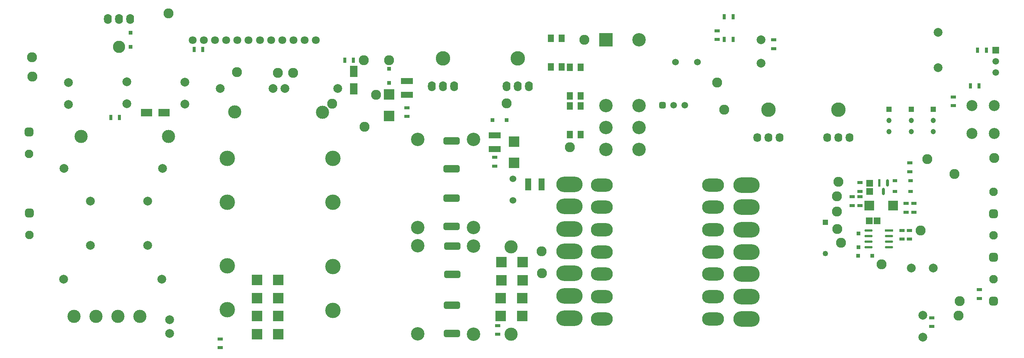
<source format=gbr>
%TF.GenerationSoftware,Altium Limited,Altium Designer,24.3.1 (35)*%
G04 Layer_Color=255*
%FSLAX43Y43*%
%MOMM*%
%TF.SameCoordinates,2EF1D394-34E5-4190-8ABA-250447B0B6E5*%
%TF.FilePolarity,Positive*%
%TF.FileFunction,Pads,Bot*%
%TF.Part,Single*%
G01*
G75*
%TA.AperFunction,ComponentPad*%
%ADD29C,1.524*%
%ADD30C,3.048*%
%ADD31O,5.000X3.000*%
%ADD32O,6.000X3.500*%
%ADD33C,3.500*%
%ADD34C,2.500*%
%ADD35C,2.000*%
%ADD36C,2.286*%
%ADD37C,3.000*%
%ADD38C,1.950*%
G04:AMPARAMS|DCode=39|XSize=1.95mm|YSize=1.95mm|CornerRadius=0.488mm|HoleSize=0mm|Usage=FLASHONLY|Rotation=90.000|XOffset=0mm|YOffset=0mm|HoleType=Round|Shape=RoundedRectangle|*
%AMROUNDEDRECTD39*
21,1,1.950,0.975,0,0,90.0*
21,1,0.975,1.950,0,0,90.0*
1,1,0.975,0.488,0.488*
1,1,0.975,0.488,-0.488*
1,1,0.975,-0.488,-0.488*
1,1,0.975,-0.488,0.488*
%
%ADD39ROUNDEDRECTD39*%
%ADD40O,1.778X2.032*%
%ADD41C,3.302*%
%ADD42O,1.778X2.286*%
%ADD43C,2.794*%
%ADD44C,1.800*%
%ADD45C,1.500*%
G04:AMPARAMS|DCode=46|XSize=1.5mm|YSize=1.5mm|CornerRadius=0.375mm|HoleSize=0mm|Usage=FLASHONLY|Rotation=180.000|XOffset=0mm|YOffset=0mm|HoleType=Round|Shape=RoundedRectangle|*
%AMROUNDEDRECTD46*
21,1,1.500,0.750,0,0,180.0*
21,1,0.750,1.500,0,0,180.0*
1,1,0.750,-0.375,0.375*
1,1,0.750,0.375,0.375*
1,1,0.750,0.375,-0.375*
1,1,0.750,-0.375,-0.375*
%
%ADD46ROUNDEDRECTD46*%
%ADD47R,3.048X3.048*%
%ADD48R,1.500X1.500*%
%ADD49R,1.200X1.200*%
%ADD50C,1.200*%
%ADD51C,1.250*%
%ADD52R,1.250X1.250*%
%TA.AperFunction,SMDPad,CuDef*%
%ADD55R,1.250X0.800*%
G04:AMPARAMS|DCode=56|XSize=3.7mm|YSize=1.7mm|CornerRadius=0.425mm|HoleSize=0mm|Usage=FLASHONLY|Rotation=0.000|XOffset=0mm|YOffset=0mm|HoleType=Round|Shape=RoundedRectangle|*
%AMROUNDEDRECTD56*
21,1,3.700,0.850,0,0,0.0*
21,1,2.850,1.700,0,0,0.0*
1,1,0.850,1.425,-0.425*
1,1,0.850,-1.425,-0.425*
1,1,0.850,-1.425,0.425*
1,1,0.850,1.425,0.425*
%
%ADD56ROUNDEDRECTD56*%
%ADD57R,1.405X2.806*%
%ADD58R,2.400X2.400*%
%ADD59R,0.800X1.250*%
%ADD60R,0.950X0.900*%
%ADD61R,2.400X2.400*%
%ADD62R,0.900X0.950*%
%ADD63R,2.500X1.700*%
%ADD64R,1.700X2.500*%
%ADD65R,2.806X1.405*%
%ADD66R,1.450X1.800*%
%ADD67R,0.627X1.659*%
G04:AMPARAMS|DCode=68|XSize=1.659mm|YSize=0.627mm|CornerRadius=0.313mm|HoleSize=0mm|Usage=FLASHONLY|Rotation=270.000|XOffset=0mm|YOffset=0mm|HoleType=Round|Shape=RoundedRectangle|*
%AMROUNDEDRECTD68*
21,1,1.659,0.000,0,0,270.0*
21,1,1.032,0.627,0,0,270.0*
1,1,0.627,0.000,-0.516*
1,1,0.627,0.000,0.516*
1,1,0.627,0.000,0.516*
1,1,0.627,0.000,-0.516*
%
%ADD68ROUNDEDRECTD68*%
%ADD69R,2.300X2.300*%
%ADD70R,1.556X1.505*%
G04:AMPARAMS|DCode=71|XSize=1.874mm|YSize=0.543mm|CornerRadius=0.272mm|HoleSize=0mm|Usage=FLASHONLY|Rotation=180.000|XOffset=0mm|YOffset=0mm|HoleType=Round|Shape=RoundedRectangle|*
%AMROUNDEDRECTD71*
21,1,1.874,0.000,0,0,180.0*
21,1,1.331,0.543,0,0,180.0*
1,1,0.543,-0.665,0.000*
1,1,0.543,0.665,0.000*
1,1,0.543,0.665,0.000*
1,1,0.543,-0.665,0.000*
%
%ADD71ROUNDEDRECTD71*%
%ADD72R,1.874X0.543*%
%ADD73R,1.000X0.700*%
%ADD74R,1.505X1.556*%
D29*
X114675Y35725D02*
D03*
Y40675D02*
D03*
X151675Y67225D02*
D03*
X156625D02*
D03*
D30*
X105667Y29592D02*
D03*
Y49658D02*
D03*
X93000Y25441D02*
D03*
Y5375D02*
D03*
Y49658D02*
D03*
Y29592D02*
D03*
X105725Y5271D02*
D03*
Y25337D02*
D03*
X143350Y72325D02*
D03*
X135850Y57325D02*
D03*
Y52325D02*
D03*
Y47325D02*
D03*
X143350D02*
D03*
Y52325D02*
D03*
Y57325D02*
D03*
D31*
X160214Y13813D02*
D03*
Y18979D02*
D03*
Y23973D02*
D03*
Y29053D02*
D03*
Y34219D02*
D03*
Y39213D02*
D03*
X134941Y8733D02*
D03*
Y13813D02*
D03*
Y18979D02*
D03*
Y23973D02*
D03*
Y29053D02*
D03*
Y34219D02*
D03*
Y39213D02*
D03*
X160214Y8733D02*
D03*
D32*
X167834Y13813D02*
D03*
Y18979D02*
D03*
Y23973D02*
D03*
Y29053D02*
D03*
Y34219D02*
D03*
Y39213D02*
D03*
Y8733D02*
D03*
X127575Y13940D02*
D03*
Y19106D02*
D03*
Y24100D02*
D03*
Y29180D02*
D03*
Y34346D02*
D03*
Y39340D02*
D03*
Y8860D02*
D03*
D33*
X73700Y45275D02*
D03*
Y35275D02*
D03*
X49650Y10825D02*
D03*
Y20825D02*
D03*
Y35275D02*
D03*
Y45275D02*
D03*
X73700Y20700D02*
D03*
Y10700D02*
D03*
D34*
X224184Y51001D02*
D03*
X219184D02*
D03*
Y57351D02*
D03*
X224184D02*
D03*
D35*
X211425Y73975D02*
D03*
Y65975D02*
D03*
X171150Y66941D02*
D03*
Y72275D02*
D03*
X205350Y20325D02*
D03*
X210350D02*
D03*
X208000Y4600D02*
D03*
Y9600D02*
D03*
X13475Y62600D02*
D03*
Y57600D02*
D03*
X39975Y62625D02*
D03*
Y57625D02*
D03*
X26775Y57750D02*
D03*
Y62750D02*
D03*
X31525Y35525D02*
D03*
X18525D02*
D03*
X31525Y25525D02*
D03*
X18525D02*
D03*
X36500Y5450D02*
D03*
Y8550D02*
D03*
X34875Y42975D02*
D03*
X12475D02*
D03*
X34750Y17800D02*
D03*
X12350D02*
D03*
X48041Y61225D02*
D03*
X60041D02*
D03*
X62791D02*
D03*
X74791D02*
D03*
D36*
X162750Y56350D02*
D03*
X5225Y68325D02*
D03*
X216125Y9524D02*
D03*
X216328Y12750D02*
D03*
X5239Y63925D02*
D03*
X83475Y59799D02*
D03*
X86448Y67625D02*
D03*
X51875Y64925D02*
D03*
X73517Y57776D02*
D03*
X127650Y47875D02*
D03*
X80700Y67675D02*
D03*
X80875Y52525D02*
D03*
X61125Y64778D02*
D03*
X198550Y21175D02*
D03*
X130900Y72325D02*
D03*
X36225Y78300D02*
D03*
X64646Y64757D02*
D03*
X121275Y19150D02*
D03*
X121225Y24100D02*
D03*
X188725Y39952D02*
D03*
X189365Y26070D02*
D03*
X215125Y41725D02*
D03*
X113227Y57825D02*
D03*
X207489Y28895D02*
D03*
X188464Y29250D02*
D03*
X224250Y45403D02*
D03*
X161149Y62575D02*
D03*
X188389Y36677D02*
D03*
X188414Y33189D02*
D03*
X209025Y45100D02*
D03*
D37*
X29725Y9300D02*
D03*
X14725D02*
D03*
X19725D02*
D03*
X24725D02*
D03*
X16325Y50325D02*
D03*
X36300Y50275D02*
D03*
X114257Y25184D02*
D03*
X114207Y5209D02*
D03*
X51350Y55850D02*
D03*
X71325Y55800D02*
D03*
D38*
X224041Y17750D02*
D03*
X4550Y46325D02*
D03*
X4575Y27875D02*
D03*
X224041Y27750D02*
D03*
Y37675D02*
D03*
D39*
X224041Y12750D02*
D03*
X4550Y51325D02*
D03*
X4575Y32875D02*
D03*
X224041Y22750D02*
D03*
Y32675D02*
D03*
D40*
X170260Y50050D02*
D03*
X172800D02*
D03*
X175340D02*
D03*
X186177Y50027D02*
D03*
X188717D02*
D03*
X191257D02*
D03*
D41*
X172800Y56400D02*
D03*
X188717Y56377D02*
D03*
X115767Y68077D02*
D03*
X98742D02*
D03*
D42*
X27525Y77050D02*
D03*
X24985D02*
D03*
X22445D02*
D03*
X118307Y61727D02*
D03*
X115767D02*
D03*
X113227D02*
D03*
X96202D02*
D03*
X98742D02*
D03*
X101282D02*
D03*
D43*
X24985Y70700D02*
D03*
D44*
X59631Y72250D02*
D03*
X69791D02*
D03*
X49381D02*
D03*
X51921D02*
D03*
X54461D02*
D03*
X57091D02*
D03*
X44301D02*
D03*
X62171D02*
D03*
X64711D02*
D03*
X67251D02*
D03*
X41761D02*
D03*
X46841D02*
D03*
D45*
X153790Y57375D02*
D03*
X151250D02*
D03*
X224525Y64870D02*
D03*
Y67410D02*
D03*
D46*
X148710Y57375D02*
D03*
D47*
X135850Y72325D02*
D03*
D48*
X224525Y69950D02*
D03*
D49*
X205317Y56465D02*
D03*
X210332D02*
D03*
X200277D02*
D03*
D50*
X205317Y53925D02*
D03*
Y51385D02*
D03*
X210332Y53925D02*
D03*
Y51385D02*
D03*
X200277Y53925D02*
D03*
Y51385D02*
D03*
D51*
X185800Y23600D02*
D03*
D52*
Y30700D02*
D03*
D55*
X214950Y59300D02*
D03*
Y57300D02*
D03*
X174025Y72300D02*
D03*
Y70300D02*
D03*
X220825Y15375D02*
D03*
Y13375D02*
D03*
X209994Y7000D02*
D03*
Y9000D02*
D03*
X111225Y5225D02*
D03*
Y7225D02*
D03*
X48025Y2175D02*
D03*
Y4175D02*
D03*
X161149Y74375D02*
D03*
Y72375D02*
D03*
X90525Y54825D02*
D03*
Y56825D02*
D03*
X110500Y43525D02*
D03*
Y45525D02*
D03*
X203191Y28909D02*
D03*
Y26909D02*
D03*
X204941Y28909D02*
D03*
Y26909D02*
D03*
X205914Y33028D02*
D03*
Y35028D02*
D03*
X204186Y33027D02*
D03*
Y35027D02*
D03*
X204993Y44250D02*
D03*
Y42250D02*
D03*
X193633Y36552D02*
D03*
Y34552D02*
D03*
X191869Y36552D02*
D03*
Y34552D02*
D03*
X193633Y37777D02*
D03*
Y39777D02*
D03*
D56*
X100675Y36200D02*
D03*
Y29800D02*
D03*
X100825Y25275D02*
D03*
Y18875D02*
D03*
X100675Y42900D02*
D03*
Y49300D02*
D03*
X100799Y11854D02*
D03*
Y5454D02*
D03*
D57*
X118124Y39371D02*
D03*
X121225D02*
D03*
D58*
X86450Y54969D02*
D03*
Y59850D02*
D03*
X114878Y49130D02*
D03*
Y44249D02*
D03*
D59*
X164750Y77573D02*
D03*
X162750D02*
D03*
X23100Y54630D02*
D03*
X25100D02*
D03*
X44075Y70125D02*
D03*
X42075D02*
D03*
X76375Y67675D02*
D03*
X78375D02*
D03*
X164750Y72400D02*
D03*
X162750D02*
D03*
X218775Y61850D02*
D03*
X220775D02*
D03*
X220450Y69950D02*
D03*
X222450D02*
D03*
D60*
X27600Y70725D02*
D03*
X27600Y73875D02*
D03*
X86449Y65675D02*
D03*
X86449Y62525D02*
D03*
X193283Y28227D02*
D03*
X193283Y25077D02*
D03*
D61*
X56375Y9400D02*
D03*
X61256D02*
D03*
X61275Y13500D02*
D03*
X56394D02*
D03*
X112025Y21700D02*
D03*
X116906D02*
D03*
X111875Y9375D02*
D03*
X116756D02*
D03*
X116900Y17550D02*
D03*
X112019D02*
D03*
X61256Y5250D02*
D03*
X56375D02*
D03*
X56394Y17625D02*
D03*
X61275D02*
D03*
X111894Y13475D02*
D03*
X116775D02*
D03*
D62*
X193264Y23152D02*
D03*
X196414Y23152D02*
D03*
X110050Y54000D02*
D03*
X113200Y54000D02*
D03*
D63*
X31241Y55729D02*
D03*
X35241D02*
D03*
D64*
X78391Y65101D02*
D03*
Y61101D02*
D03*
D65*
X90525Y62901D02*
D03*
Y59799D02*
D03*
X110550Y50551D02*
D03*
Y47449D02*
D03*
D66*
X125750Y72675D02*
D03*
Y66125D02*
D03*
X123300Y72675D02*
D03*
Y66125D02*
D03*
X127625Y50725D02*
D03*
Y57275D02*
D03*
X130075Y50725D02*
D03*
Y57275D02*
D03*
X127625Y59525D02*
D03*
Y66075D02*
D03*
X130075Y59525D02*
D03*
Y66075D02*
D03*
D67*
X198104Y39728D02*
D03*
D68*
X199934D02*
D03*
X199019Y37775D02*
D03*
D69*
X201169Y34552D02*
D03*
X195769D02*
D03*
D70*
X195864Y37801D02*
D03*
Y39602D02*
D03*
D71*
X195603Y28882D02*
D03*
Y27612D02*
D03*
Y26342D02*
D03*
Y25072D02*
D03*
X200235D02*
D03*
Y26342D02*
D03*
Y27612D02*
D03*
D72*
Y28882D02*
D03*
D73*
X201644Y40177D02*
D03*
X205144D02*
D03*
Y37727D02*
D03*
X201644D02*
D03*
D74*
X197595Y31077D02*
D03*
X195793D02*
D03*
%TF.MD5,022e937f5c1aecc7c158810f3fd7621e*%
M02*

</source>
